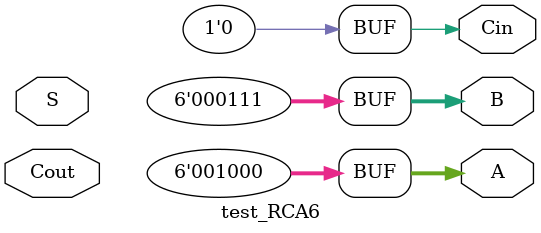
<source format=v>
module test_RCA6 (S, Cout, A, B, Cin);

	input [5:0] S;
	input Cout;
	output [5:0] A, B;
	output Cin;

	reg [5:0] A, B;
	reg Cin;

	initial begin
	#5 A=6'd16; B=6'd17; Cin=1'b0;
	#5 A=6'd63; B=6'd60; Cin=1'b0;
	#5 A=6'd8; B=6'd7; Cin=1'b0;
	end

	initial begin
	$display ("#####Ripple Carry Adder...#####\n"); 
	$monitor ("%d, A, B=%b, %b **** OUT=%b\n", $time, A, B, {Cout, S});
	end

endmodule
</source>
